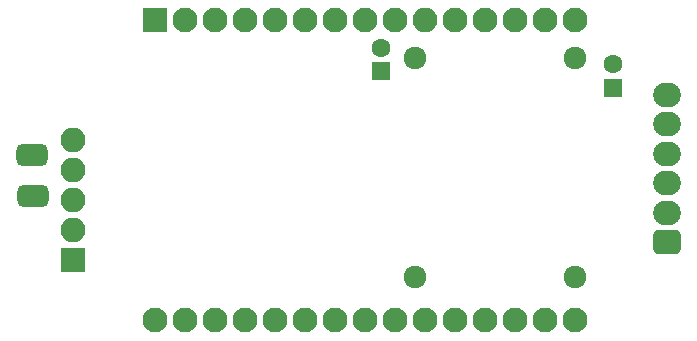
<source format=gbr>
%TF.GenerationSoftware,KiCad,Pcbnew,7.0.7*%
%TF.CreationDate,2023-09-17T21:28:58+02:00*%
%TF.ProjectId,PSACANBridgeHW_v12,50534143-414e-4427-9269-64676548575f,rev?*%
%TF.SameCoordinates,Original*%
%TF.FileFunction,Soldermask,Bot*%
%TF.FilePolarity,Negative*%
%FSLAX46Y46*%
G04 Gerber Fmt 4.6, Leading zero omitted, Abs format (unit mm)*
G04 Created by KiCad (PCBNEW 7.0.7) date 2023-09-17 21:28:58*
%MOMM*%
%LPD*%
G01*
G04 APERTURE LIST*
G04 Aperture macros list*
%AMRoundRect*
0 Rectangle with rounded corners*
0 $1 Rounding radius*
0 $2 $3 $4 $5 $6 $7 $8 $9 X,Y pos of 4 corners*
0 Add a 4 corners polygon primitive as box body*
4,1,4,$2,$3,$4,$5,$6,$7,$8,$9,$2,$3,0*
0 Add four circle primitives for the rounded corners*
1,1,$1+$1,$2,$3*
1,1,$1+$1,$4,$5*
1,1,$1+$1,$6,$7*
1,1,$1+$1,$8,$9*
0 Add four rect primitives between the rounded corners*
20,1,$1+$1,$2,$3,$4,$5,0*
20,1,$1+$1,$4,$5,$6,$7,0*
20,1,$1+$1,$6,$7,$8,$9,0*
20,1,$1+$1,$8,$9,$2,$3,0*%
G04 Aperture macros list end*
%ADD10RoundRect,0.200000X0.850000X0.850000X-0.850000X0.850000X-0.850000X-0.850000X0.850000X-0.850000X0*%
%ADD11O,2.100000X2.100000*%
%ADD12RoundRect,0.581000X-0.762000X-0.381000X0.762000X-0.381000X0.762000X0.381000X-0.762000X0.381000X0*%
%ADD13C,2.100000*%
%ADD14RoundRect,0.200000X0.850000X-0.850000X0.850000X0.850000X-0.850000X0.850000X-0.850000X-0.850000X0*%
%ADD15C,1.924000*%
%ADD16RoundRect,0.200000X0.600000X-0.600000X0.600000X0.600000X-0.600000X0.600000X-0.600000X-0.600000X0*%
%ADD17C,1.600000*%
%ADD18RoundRect,0.450000X0.725000X-0.600000X0.725000X0.600000X-0.725000X0.600000X-0.725000X-0.600000X0*%
%ADD19O,2.350000X2.100000*%
G04 APERTURE END LIST*
D10*
%TO.C,J2*%
X121900000Y-137345000D03*
D11*
X121900000Y-134805000D03*
X121900000Y-132265000D03*
X121900000Y-129725000D03*
X121900000Y-127185000D03*
%TD*%
D12*
%TO.C,J3*%
X118540800Y-131966168D03*
X118490000Y-128537168D03*
%TD*%
D13*
%TO.C,U5*%
X164399200Y-142506686D03*
X161859200Y-142506686D03*
X159319200Y-142506686D03*
X156779200Y-142506686D03*
X154239200Y-142506686D03*
X151699200Y-142506686D03*
X149159200Y-142506686D03*
X146619200Y-142506686D03*
X144079200Y-142506686D03*
X141539200Y-142506686D03*
X138999200Y-142506686D03*
X136459200Y-142506686D03*
X133919200Y-142506686D03*
X131379200Y-142506686D03*
X128839200Y-142506686D03*
X164450000Y-117094000D03*
X161910000Y-117094000D03*
X159370000Y-117094000D03*
X156830000Y-117094000D03*
X154290000Y-117094000D03*
D11*
X151750000Y-117094000D03*
D13*
X149210000Y-117094000D03*
X146670000Y-117094000D03*
X144130000Y-117094000D03*
X141590000Y-117094000D03*
X139050000Y-117094000D03*
X136510000Y-117094000D03*
X133970000Y-117094000D03*
X131430000Y-117094000D03*
D14*
X128890000Y-117094000D03*
%TD*%
D15*
%TO.C,U3*%
X164390000Y-120323400D03*
X150851800Y-120323400D03*
X164390000Y-138840000D03*
X150851800Y-138840000D03*
%TD*%
D16*
%TO.C,C3*%
X167620000Y-122830000D03*
D17*
X167620000Y-120830000D03*
%TD*%
D16*
%TO.C,C8*%
X148030000Y-121402600D03*
D17*
X148030000Y-119402600D03*
%TD*%
D18*
%TO.C,J1*%
X172212000Y-135890000D03*
D19*
X172212000Y-133390000D03*
X172212000Y-130890000D03*
X172212000Y-128390000D03*
X172212000Y-125890000D03*
X172212000Y-123390000D03*
%TD*%
M02*

</source>
